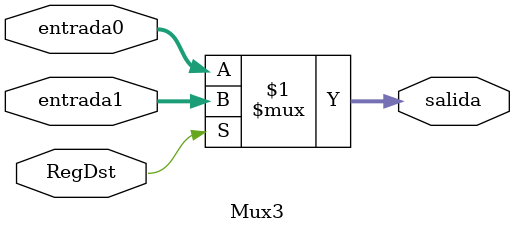
<source format=v>
module Mux3(
	input [4:0]entrada1,
	input [4:0]entrada0,
	input RegDst,
	output [4:0]salida
	
);
assign
	salida = (RegDst)? entrada1 : entrada0;

endmodule 
</source>
